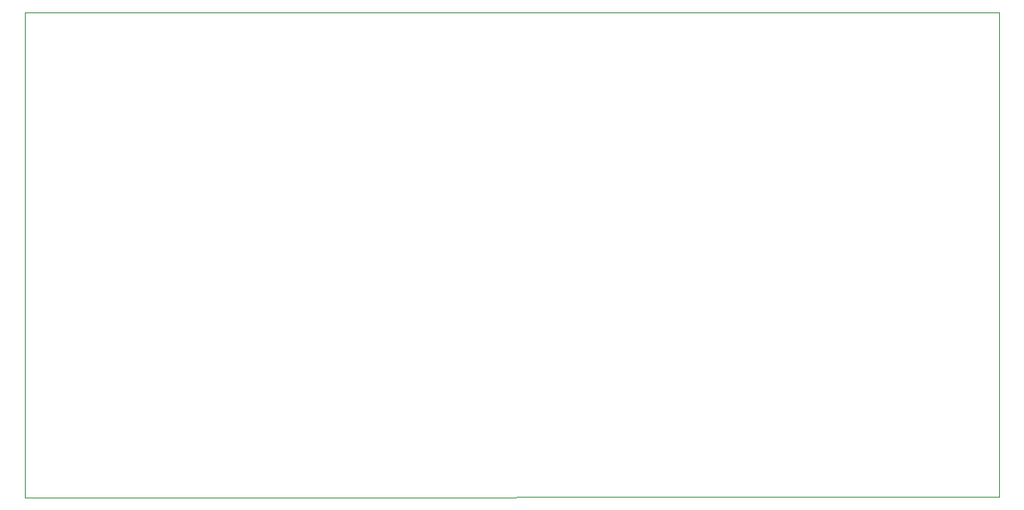
<source format=gbr>
G04 #@! TF.GenerationSoftware,KiCad,Pcbnew,(5.1.4-0-10_14)*
G04 #@! TF.CreationDate,2020-02-11T21:32:02-08:00*
G04 #@! TF.ProjectId,transfer-register-board,7472616e-7366-4657-922d-726567697374,rev?*
G04 #@! TF.SameCoordinates,Original*
G04 #@! TF.FileFunction,Profile,NP*
%FSLAX46Y46*%
G04 Gerber Fmt 4.6, Leading zero omitted, Abs format (unit mm)*
G04 Created by KiCad (PCBNEW (5.1.4-0-10_14)) date 2020-02-11 21:32:02*
%MOMM*%
%LPD*%
G04 APERTURE LIST*
%ADD10C,0.050000*%
G04 APERTURE END LIST*
D10*
X171145200Y-82727800D02*
X171145200Y-132334000D01*
X71666100Y-82778600D02*
X171145200Y-82727800D01*
X71628000Y-132384800D02*
X71666100Y-82778600D01*
X171145200Y-132334000D02*
X71628000Y-132384800D01*
M02*

</source>
